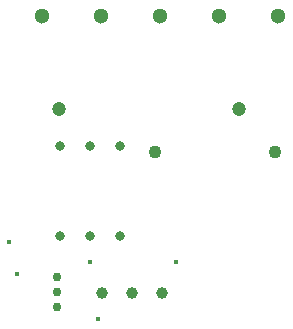
<source format=gbr>
%TF.GenerationSoftware,KiCad,Pcbnew,7.0.6-1.fc38*%
%TF.CreationDate,2023-08-14T17:53:06+02:00*%
%TF.ProjectId,220V_OPTO_SWITCH,32323056-5f4f-4505-944f-5f5357495443,rev?*%
%TF.SameCoordinates,Original*%
%TF.FileFunction,Plated,1,2,PTH,Drill*%
%TF.FilePolarity,Positive*%
%FSLAX46Y46*%
G04 Gerber Fmt 4.6, Leading zero omitted, Abs format (unit mm)*
G04 Created by KiCad (PCBNEW 7.0.6-1.fc38) date 2023-08-14 17:53:06*
%MOMM*%
%LPD*%
G01*
G04 APERTURE LIST*
%TA.AperFunction,ViaDrill*%
%ADD10C,0.400000*%
%TD*%
%TA.AperFunction,ComponentDrill*%
%ADD11C,0.750000*%
%TD*%
%TA.AperFunction,ComponentDrill*%
%ADD12C,0.800000*%
%TD*%
%TA.AperFunction,ComponentDrill*%
%ADD13C,1.000000*%
%TD*%
%TA.AperFunction,ComponentDrill*%
%ADD14C,1.100000*%
%TD*%
%TA.AperFunction,ComponentDrill*%
%ADD15C,1.200000*%
%TD*%
%TA.AperFunction,ComponentDrill*%
%ADD16C,1.300000*%
%TD*%
G04 APERTURE END LIST*
D10*
X86233000Y-87503000D03*
X86868000Y-90170000D03*
X93091000Y-89154000D03*
X93726000Y-93980000D03*
X100330000Y-89154000D03*
D11*
%TO.C,Q1*%
X90297000Y-90424000D03*
X90297000Y-91694000D03*
X90297000Y-92964000D03*
D12*
%TO.C,U1*%
X90551000Y-79375000D03*
X90551000Y-86995000D03*
X93091000Y-79375000D03*
X93091000Y-86995000D03*
X95631000Y-79375000D03*
X95631000Y-86995000D03*
D13*
%TO.C,J2*%
X94107000Y-91821000D03*
X96647000Y-91821000D03*
X99187000Y-91821000D03*
D14*
%TO.C,D1*%
X98552000Y-79883000D03*
X108712000Y-79883000D03*
D15*
%TO.C,R1*%
X90424000Y-76200000D03*
X105664000Y-76200000D03*
D16*
%TO.C,J1*%
X89013000Y-68326000D03*
X94013000Y-68326000D03*
X99013000Y-68326000D03*
X104013000Y-68326000D03*
X109013000Y-68326000D03*
M02*

</source>
